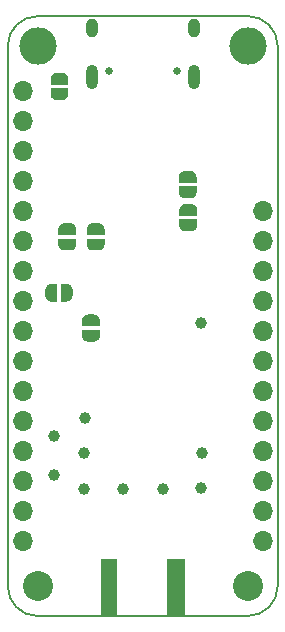
<source format=gbs>
G04 #@! TF.GenerationSoftware,KiCad,Pcbnew,(5.1.8)-1*
G04 #@! TF.CreationDate,2021-04-09T02:34:17+02:00*
G04 #@! TF.ProjectId,Penguino-STM32WL-M,50656e67-7569-46e6-9f2d-53544d333257,0.1*
G04 #@! TF.SameCoordinates,Original*
G04 #@! TF.FileFunction,Soldermask,Bot*
G04 #@! TF.FilePolarity,Negative*
%FSLAX46Y46*%
G04 Gerber Fmt 4.6, Leading zero omitted, Abs format (unit mm)*
G04 Created by KiCad (PCBNEW (5.1.8)-1) date 2021-04-09 02:34:17*
%MOMM*%
%LPD*%
G01*
G04 APERTURE LIST*
G04 #@! TA.AperFunction,Profile*
%ADD10C,0.150000*%
G04 #@! TD*
%ADD11R,1.350000X4.700000*%
%ADD12R,1.500000X4.700000*%
%ADD13C,0.100000*%
%ADD14C,1.000000*%
%ADD15C,3.175000*%
%ADD16C,2.540000*%
%ADD17O,1.700000X1.700000*%
%ADD18O,1.000000X1.600000*%
%ADD19C,0.650000*%
%ADD20O,1.000000X2.100000*%
G04 APERTURE END LIST*
D10*
X127000000Y-119380000D02*
G75*
G02*
X124460000Y-116840000I0J2540000D01*
G01*
X147320000Y-116840000D02*
G75*
G02*
X144780000Y-119380000I-2540000J0D01*
G01*
X144780000Y-68580000D02*
G75*
G02*
X147320000Y-71120000I0J-2540000D01*
G01*
X124460000Y-71120000D02*
G75*
G02*
X127000000Y-68580000I2540000J0D01*
G01*
X124460000Y-116840000D02*
X124460000Y-71120000D01*
X144780000Y-119380000D02*
X127000000Y-119380000D01*
X147320000Y-71120000D02*
X147320000Y-116840000D01*
X127000000Y-68580000D02*
X144780000Y-68580000D01*
D11*
X133065000Y-116880000D03*
D12*
X138715000Y-116880000D03*
D13*
G36*
X129590000Y-74680000D02*
G01*
X129590000Y-75180000D01*
X129589398Y-75180000D01*
X129589398Y-75204534D01*
X129584588Y-75253365D01*
X129575016Y-75301490D01*
X129560772Y-75348445D01*
X129541995Y-75393778D01*
X129518864Y-75437051D01*
X129491604Y-75477850D01*
X129460476Y-75515779D01*
X129425779Y-75550476D01*
X129387850Y-75581604D01*
X129347051Y-75608864D01*
X129303778Y-75631995D01*
X129258445Y-75650772D01*
X129211490Y-75665016D01*
X129163365Y-75674588D01*
X129114534Y-75679398D01*
X129090000Y-75679398D01*
X129090000Y-75680000D01*
X128590000Y-75680000D01*
X128590000Y-75679398D01*
X128565466Y-75679398D01*
X128516635Y-75674588D01*
X128468510Y-75665016D01*
X128421555Y-75650772D01*
X128376222Y-75631995D01*
X128332949Y-75608864D01*
X128292150Y-75581604D01*
X128254221Y-75550476D01*
X128219524Y-75515779D01*
X128188396Y-75477850D01*
X128161136Y-75437051D01*
X128138005Y-75393778D01*
X128119228Y-75348445D01*
X128104984Y-75301490D01*
X128095412Y-75253365D01*
X128090602Y-75204534D01*
X128090602Y-75180000D01*
X128090000Y-75180000D01*
X128090000Y-74680000D01*
X129590000Y-74680000D01*
G37*
G36*
X128090602Y-73880000D02*
G01*
X128090602Y-73855466D01*
X128095412Y-73806635D01*
X128104984Y-73758510D01*
X128119228Y-73711555D01*
X128138005Y-73666222D01*
X128161136Y-73622949D01*
X128188396Y-73582150D01*
X128219524Y-73544221D01*
X128254221Y-73509524D01*
X128292150Y-73478396D01*
X128332949Y-73451136D01*
X128376222Y-73428005D01*
X128421555Y-73409228D01*
X128468510Y-73394984D01*
X128516635Y-73385412D01*
X128565466Y-73380602D01*
X128590000Y-73380602D01*
X128590000Y-73380000D01*
X129090000Y-73380000D01*
X129090000Y-73380602D01*
X129114534Y-73380602D01*
X129163365Y-73385412D01*
X129211490Y-73394984D01*
X129258445Y-73409228D01*
X129303778Y-73428005D01*
X129347051Y-73451136D01*
X129387850Y-73478396D01*
X129425779Y-73509524D01*
X129460476Y-73544221D01*
X129491604Y-73582150D01*
X129518864Y-73622949D01*
X129541995Y-73666222D01*
X129560772Y-73711555D01*
X129575016Y-73758510D01*
X129584588Y-73806635D01*
X129589398Y-73855466D01*
X129589398Y-73880000D01*
X129590000Y-73880000D01*
X129590000Y-74380000D01*
X128090000Y-74380000D01*
X128090000Y-73880000D01*
X128090602Y-73880000D01*
G37*
G36*
X129450000Y-91250602D02*
G01*
X129474534Y-91250602D01*
X129523365Y-91255412D01*
X129571490Y-91264984D01*
X129618445Y-91279228D01*
X129663778Y-91298005D01*
X129707051Y-91321136D01*
X129747850Y-91348396D01*
X129785779Y-91379524D01*
X129820476Y-91414221D01*
X129851604Y-91452150D01*
X129878864Y-91492949D01*
X129901995Y-91536222D01*
X129920772Y-91581555D01*
X129935016Y-91628510D01*
X129944588Y-91676635D01*
X129949398Y-91725466D01*
X129949398Y-91750000D01*
X129950000Y-91750000D01*
X129950000Y-92250000D01*
X129949398Y-92250000D01*
X129949398Y-92274534D01*
X129944588Y-92323365D01*
X129935016Y-92371490D01*
X129920772Y-92418445D01*
X129901995Y-92463778D01*
X129878864Y-92507051D01*
X129851604Y-92547850D01*
X129820476Y-92585779D01*
X129785779Y-92620476D01*
X129747850Y-92651604D01*
X129707051Y-92678864D01*
X129663778Y-92701995D01*
X129618445Y-92720772D01*
X129571490Y-92735016D01*
X129523365Y-92744588D01*
X129474534Y-92749398D01*
X129450000Y-92749398D01*
X129450000Y-92750000D01*
X128950000Y-92750000D01*
X128950000Y-91250000D01*
X129450000Y-91250000D01*
X129450000Y-91250602D01*
G37*
G36*
X128650000Y-92750000D02*
G01*
X128150000Y-92750000D01*
X128150000Y-92749398D01*
X128125466Y-92749398D01*
X128076635Y-92744588D01*
X128028510Y-92735016D01*
X127981555Y-92720772D01*
X127936222Y-92701995D01*
X127892949Y-92678864D01*
X127852150Y-92651604D01*
X127814221Y-92620476D01*
X127779524Y-92585779D01*
X127748396Y-92547850D01*
X127721136Y-92507051D01*
X127698005Y-92463778D01*
X127679228Y-92418445D01*
X127664984Y-92371490D01*
X127655412Y-92323365D01*
X127650602Y-92274534D01*
X127650602Y-92250000D01*
X127650000Y-92250000D01*
X127650000Y-91750000D01*
X127650602Y-91750000D01*
X127650602Y-91725466D01*
X127655412Y-91676635D01*
X127664984Y-91628510D01*
X127679228Y-91581555D01*
X127698005Y-91536222D01*
X127721136Y-91492949D01*
X127748396Y-91452150D01*
X127779524Y-91414221D01*
X127814221Y-91379524D01*
X127852150Y-91348396D01*
X127892949Y-91321136D01*
X127936222Y-91298005D01*
X127981555Y-91279228D01*
X128028510Y-91264984D01*
X128076635Y-91255412D01*
X128125466Y-91250602D01*
X128150000Y-91250602D01*
X128150000Y-91250000D01*
X128650000Y-91250000D01*
X128650000Y-92750000D01*
G37*
G36*
X132258500Y-95146000D02*
G01*
X132258500Y-95646000D01*
X132257898Y-95646000D01*
X132257898Y-95670534D01*
X132253088Y-95719365D01*
X132243516Y-95767490D01*
X132229272Y-95814445D01*
X132210495Y-95859778D01*
X132187364Y-95903051D01*
X132160104Y-95943850D01*
X132128976Y-95981779D01*
X132094279Y-96016476D01*
X132056350Y-96047604D01*
X132015551Y-96074864D01*
X131972278Y-96097995D01*
X131926945Y-96116772D01*
X131879990Y-96131016D01*
X131831865Y-96140588D01*
X131783034Y-96145398D01*
X131758500Y-96145398D01*
X131758500Y-96146000D01*
X131258500Y-96146000D01*
X131258500Y-96145398D01*
X131233966Y-96145398D01*
X131185135Y-96140588D01*
X131137010Y-96131016D01*
X131090055Y-96116772D01*
X131044722Y-96097995D01*
X131001449Y-96074864D01*
X130960650Y-96047604D01*
X130922721Y-96016476D01*
X130888024Y-95981779D01*
X130856896Y-95943850D01*
X130829636Y-95903051D01*
X130806505Y-95859778D01*
X130787728Y-95814445D01*
X130773484Y-95767490D01*
X130763912Y-95719365D01*
X130759102Y-95670534D01*
X130759102Y-95646000D01*
X130758500Y-95646000D01*
X130758500Y-95146000D01*
X132258500Y-95146000D01*
G37*
G36*
X130759102Y-94346000D02*
G01*
X130759102Y-94321466D01*
X130763912Y-94272635D01*
X130773484Y-94224510D01*
X130787728Y-94177555D01*
X130806505Y-94132222D01*
X130829636Y-94088949D01*
X130856896Y-94048150D01*
X130888024Y-94010221D01*
X130922721Y-93975524D01*
X130960650Y-93944396D01*
X131001449Y-93917136D01*
X131044722Y-93894005D01*
X131090055Y-93875228D01*
X131137010Y-93860984D01*
X131185135Y-93851412D01*
X131233966Y-93846602D01*
X131258500Y-93846602D01*
X131258500Y-93846000D01*
X131758500Y-93846000D01*
X131758500Y-93846602D01*
X131783034Y-93846602D01*
X131831865Y-93851412D01*
X131879990Y-93860984D01*
X131926945Y-93875228D01*
X131972278Y-93894005D01*
X132015551Y-93917136D01*
X132056350Y-93944396D01*
X132094279Y-93975524D01*
X132128976Y-94010221D01*
X132160104Y-94048150D01*
X132187364Y-94088949D01*
X132210495Y-94132222D01*
X132229272Y-94177555D01*
X132243516Y-94224510D01*
X132253088Y-94272635D01*
X132257898Y-94321466D01*
X132257898Y-94346000D01*
X132258500Y-94346000D01*
X132258500Y-94846000D01*
X130758500Y-94846000D01*
X130758500Y-94346000D01*
X130759102Y-94346000D01*
G37*
G36*
X140449398Y-83502501D02*
G01*
X140449398Y-83527035D01*
X140444588Y-83575866D01*
X140435016Y-83623991D01*
X140420772Y-83670946D01*
X140401995Y-83716279D01*
X140378864Y-83759552D01*
X140351604Y-83800351D01*
X140320476Y-83838280D01*
X140285779Y-83872977D01*
X140247850Y-83904105D01*
X140207051Y-83931365D01*
X140163778Y-83954496D01*
X140118445Y-83973273D01*
X140071490Y-83987517D01*
X140023365Y-83997089D01*
X139974534Y-84001899D01*
X139950000Y-84001899D01*
X139950000Y-84002501D01*
X139450000Y-84002501D01*
X139450000Y-84001899D01*
X139425466Y-84001899D01*
X139376635Y-83997089D01*
X139328510Y-83987517D01*
X139281555Y-83973273D01*
X139236222Y-83954496D01*
X139192949Y-83931365D01*
X139152150Y-83904105D01*
X139114221Y-83872977D01*
X139079524Y-83838280D01*
X139048396Y-83800351D01*
X139021136Y-83759552D01*
X138998005Y-83716279D01*
X138979228Y-83670946D01*
X138964984Y-83623991D01*
X138955412Y-83575866D01*
X138950602Y-83527035D01*
X138950602Y-83502501D01*
X138950000Y-83502501D01*
X138950000Y-83002501D01*
X140450000Y-83002501D01*
X140450000Y-83502501D01*
X140449398Y-83502501D01*
G37*
G36*
X138950000Y-82702501D02*
G01*
X138950000Y-82202501D01*
X138950602Y-82202501D01*
X138950602Y-82177967D01*
X138955412Y-82129136D01*
X138964984Y-82081011D01*
X138979228Y-82034056D01*
X138998005Y-81988723D01*
X139021136Y-81945450D01*
X139048396Y-81904651D01*
X139079524Y-81866722D01*
X139114221Y-81832025D01*
X139152150Y-81800897D01*
X139192949Y-81773637D01*
X139236222Y-81750506D01*
X139281555Y-81731729D01*
X139328510Y-81717485D01*
X139376635Y-81707913D01*
X139425466Y-81703103D01*
X139450000Y-81703103D01*
X139450000Y-81702501D01*
X139950000Y-81702501D01*
X139950000Y-81703103D01*
X139974534Y-81703103D01*
X140023365Y-81707913D01*
X140071490Y-81717485D01*
X140118445Y-81731729D01*
X140163778Y-81750506D01*
X140207051Y-81773637D01*
X140247850Y-81800897D01*
X140285779Y-81832025D01*
X140320476Y-81866722D01*
X140351604Y-81904651D01*
X140378864Y-81945450D01*
X140401995Y-81988723D01*
X140420772Y-82034056D01*
X140435016Y-82081011D01*
X140444588Y-82129136D01*
X140449398Y-82177967D01*
X140449398Y-82202501D01*
X140450000Y-82202501D01*
X140450000Y-82702501D01*
X138950000Y-82702501D01*
G37*
G36*
X132662000Y-87417499D02*
G01*
X132662000Y-87917499D01*
X132661398Y-87917499D01*
X132661398Y-87942033D01*
X132656588Y-87990864D01*
X132647016Y-88038989D01*
X132632772Y-88085944D01*
X132613995Y-88131277D01*
X132590864Y-88174550D01*
X132563604Y-88215349D01*
X132532476Y-88253278D01*
X132497779Y-88287975D01*
X132459850Y-88319103D01*
X132419051Y-88346363D01*
X132375778Y-88369494D01*
X132330445Y-88388271D01*
X132283490Y-88402515D01*
X132235365Y-88412087D01*
X132186534Y-88416897D01*
X132162000Y-88416897D01*
X132162000Y-88417499D01*
X131662000Y-88417499D01*
X131662000Y-88416897D01*
X131637466Y-88416897D01*
X131588635Y-88412087D01*
X131540510Y-88402515D01*
X131493555Y-88388271D01*
X131448222Y-88369494D01*
X131404949Y-88346363D01*
X131364150Y-88319103D01*
X131326221Y-88287975D01*
X131291524Y-88253278D01*
X131260396Y-88215349D01*
X131233136Y-88174550D01*
X131210005Y-88131277D01*
X131191228Y-88085944D01*
X131176984Y-88038989D01*
X131167412Y-87990864D01*
X131162602Y-87942033D01*
X131162602Y-87917499D01*
X131162000Y-87917499D01*
X131162000Y-87417499D01*
X132662000Y-87417499D01*
G37*
G36*
X131162602Y-86617499D02*
G01*
X131162602Y-86592965D01*
X131167412Y-86544134D01*
X131176984Y-86496009D01*
X131191228Y-86449054D01*
X131210005Y-86403721D01*
X131233136Y-86360448D01*
X131260396Y-86319649D01*
X131291524Y-86281720D01*
X131326221Y-86247023D01*
X131364150Y-86215895D01*
X131404949Y-86188635D01*
X131448222Y-86165504D01*
X131493555Y-86146727D01*
X131540510Y-86132483D01*
X131588635Y-86122911D01*
X131637466Y-86118101D01*
X131662000Y-86118101D01*
X131662000Y-86117499D01*
X132162000Y-86117499D01*
X132162000Y-86118101D01*
X132186534Y-86118101D01*
X132235365Y-86122911D01*
X132283490Y-86132483D01*
X132330445Y-86146727D01*
X132375778Y-86165504D01*
X132419051Y-86188635D01*
X132459850Y-86215895D01*
X132497779Y-86247023D01*
X132532476Y-86281720D01*
X132563604Y-86319649D01*
X132590864Y-86360448D01*
X132613995Y-86403721D01*
X132632772Y-86449054D01*
X132647016Y-86496009D01*
X132656588Y-86544134D01*
X132661398Y-86592965D01*
X132661398Y-86617499D01*
X132662000Y-86617499D01*
X132662000Y-87117499D01*
X131162000Y-87117499D01*
X131162000Y-86617499D01*
X131162602Y-86617499D01*
G37*
G36*
X128750602Y-86617499D02*
G01*
X128750602Y-86592965D01*
X128755412Y-86544134D01*
X128764984Y-86496009D01*
X128779228Y-86449054D01*
X128798005Y-86403721D01*
X128821136Y-86360448D01*
X128848396Y-86319649D01*
X128879524Y-86281720D01*
X128914221Y-86247023D01*
X128952150Y-86215895D01*
X128992949Y-86188635D01*
X129036222Y-86165504D01*
X129081555Y-86146727D01*
X129128510Y-86132483D01*
X129176635Y-86122911D01*
X129225466Y-86118101D01*
X129250000Y-86118101D01*
X129250000Y-86117499D01*
X129750000Y-86117499D01*
X129750000Y-86118101D01*
X129774534Y-86118101D01*
X129823365Y-86122911D01*
X129871490Y-86132483D01*
X129918445Y-86146727D01*
X129963778Y-86165504D01*
X130007051Y-86188635D01*
X130047850Y-86215895D01*
X130085779Y-86247023D01*
X130120476Y-86281720D01*
X130151604Y-86319649D01*
X130178864Y-86360448D01*
X130201995Y-86403721D01*
X130220772Y-86449054D01*
X130235016Y-86496009D01*
X130244588Y-86544134D01*
X130249398Y-86592965D01*
X130249398Y-86617499D01*
X130250000Y-86617499D01*
X130250000Y-87117499D01*
X128750000Y-87117499D01*
X128750000Y-86617499D01*
X128750602Y-86617499D01*
G37*
G36*
X130250000Y-87417499D02*
G01*
X130250000Y-87917499D01*
X130249398Y-87917499D01*
X130249398Y-87942033D01*
X130244588Y-87990864D01*
X130235016Y-88038989D01*
X130220772Y-88085944D01*
X130201995Y-88131277D01*
X130178864Y-88174550D01*
X130151604Y-88215349D01*
X130120476Y-88253278D01*
X130085779Y-88287975D01*
X130047850Y-88319103D01*
X130007051Y-88346363D01*
X129963778Y-88369494D01*
X129918445Y-88388271D01*
X129871490Y-88402515D01*
X129823365Y-88412087D01*
X129774534Y-88416897D01*
X129750000Y-88416897D01*
X129750000Y-88417499D01*
X129250000Y-88417499D01*
X129250000Y-88416897D01*
X129225466Y-88416897D01*
X129176635Y-88412087D01*
X129128510Y-88402515D01*
X129081555Y-88388271D01*
X129036222Y-88369494D01*
X128992949Y-88346363D01*
X128952150Y-88319103D01*
X128914221Y-88287975D01*
X128879524Y-88253278D01*
X128848396Y-88215349D01*
X128821136Y-88174550D01*
X128798005Y-88131277D01*
X128779228Y-88085944D01*
X128764984Y-88038989D01*
X128755412Y-87990864D01*
X128750602Y-87942033D01*
X128750602Y-87917499D01*
X128750000Y-87917499D01*
X128750000Y-87417499D01*
X130250000Y-87417499D01*
G37*
D14*
X131000000Y-102600000D03*
X128350000Y-104100000D03*
X130950000Y-105600000D03*
X128350000Y-107400000D03*
X130900000Y-108650000D03*
X137650000Y-108650000D03*
X140900000Y-105600000D03*
X140850000Y-108550000D03*
D15*
X127000000Y-71120000D03*
X144780000Y-71120000D03*
D16*
X144780000Y-116840000D03*
X127000000Y-116840000D03*
D17*
X125730000Y-74930000D03*
X125730000Y-77470000D03*
X125730000Y-80010000D03*
X125730000Y-82550000D03*
X125730000Y-85090000D03*
X125730000Y-87630000D03*
X125730000Y-90170000D03*
X125730000Y-92710000D03*
X125730000Y-95250000D03*
X125730000Y-97790000D03*
X125730000Y-100330000D03*
X125730000Y-102870000D03*
X125730000Y-105410000D03*
X125730000Y-107950000D03*
X125730000Y-110490000D03*
X125730000Y-113030000D03*
X146050000Y-113030000D03*
X146050000Y-110490000D03*
X146050000Y-107950000D03*
X146050000Y-105410000D03*
X146050000Y-102870000D03*
X146050000Y-100330000D03*
X146050000Y-97790000D03*
X146050000Y-95250000D03*
X146050000Y-92710000D03*
X146050000Y-90170000D03*
X146050000Y-87630000D03*
X146050000Y-85090000D03*
D13*
G36*
X140499398Y-86300000D02*
G01*
X140499398Y-86324534D01*
X140494588Y-86373365D01*
X140485016Y-86421490D01*
X140470772Y-86468445D01*
X140451995Y-86513778D01*
X140428864Y-86557051D01*
X140401604Y-86597850D01*
X140370476Y-86635779D01*
X140335779Y-86670476D01*
X140297850Y-86701604D01*
X140257051Y-86728864D01*
X140213778Y-86751995D01*
X140168445Y-86770772D01*
X140121490Y-86785016D01*
X140073365Y-86794588D01*
X140024534Y-86799398D01*
X140000000Y-86799398D01*
X140000000Y-86800000D01*
X139500000Y-86800000D01*
X139500000Y-86799398D01*
X139475466Y-86799398D01*
X139426635Y-86794588D01*
X139378510Y-86785016D01*
X139331555Y-86770772D01*
X139286222Y-86751995D01*
X139242949Y-86728864D01*
X139202150Y-86701604D01*
X139164221Y-86670476D01*
X139129524Y-86635779D01*
X139098396Y-86597850D01*
X139071136Y-86557051D01*
X139048005Y-86513778D01*
X139029228Y-86468445D01*
X139014984Y-86421490D01*
X139005412Y-86373365D01*
X139000602Y-86324534D01*
X139000602Y-86300000D01*
X139000000Y-86300000D01*
X139000000Y-85800000D01*
X140500000Y-85800000D01*
X140500000Y-86300000D01*
X140499398Y-86300000D01*
G37*
G36*
X139000000Y-85500000D02*
G01*
X139000000Y-85000000D01*
X139000602Y-85000000D01*
X139000602Y-84975466D01*
X139005412Y-84926635D01*
X139014984Y-84878510D01*
X139029228Y-84831555D01*
X139048005Y-84786222D01*
X139071136Y-84742949D01*
X139098396Y-84702150D01*
X139129524Y-84664221D01*
X139164221Y-84629524D01*
X139202150Y-84598396D01*
X139242949Y-84571136D01*
X139286222Y-84548005D01*
X139331555Y-84529228D01*
X139378510Y-84514984D01*
X139426635Y-84505412D01*
X139475466Y-84500602D01*
X139500000Y-84500602D01*
X139500000Y-84500000D01*
X140000000Y-84500000D01*
X140000000Y-84500602D01*
X140024534Y-84500602D01*
X140073365Y-84505412D01*
X140121490Y-84514984D01*
X140168445Y-84529228D01*
X140213778Y-84548005D01*
X140257051Y-84571136D01*
X140297850Y-84598396D01*
X140335779Y-84629524D01*
X140370476Y-84664221D01*
X140401604Y-84702150D01*
X140428864Y-84742949D01*
X140451995Y-84786222D01*
X140470772Y-84831555D01*
X140485016Y-84878510D01*
X140494588Y-84926635D01*
X140499398Y-84975466D01*
X140499398Y-85000000D01*
X140500000Y-85000000D01*
X140500000Y-85500000D01*
X139000000Y-85500000D01*
G37*
D18*
X131570000Y-69550000D03*
D19*
X133000000Y-73200000D03*
D18*
X140210000Y-69550000D03*
D19*
X138780000Y-73200000D03*
D20*
X140210000Y-73730000D03*
X131570000Y-73730000D03*
D14*
X140850000Y-94600000D03*
X134200000Y-108650000D03*
M02*

</source>
